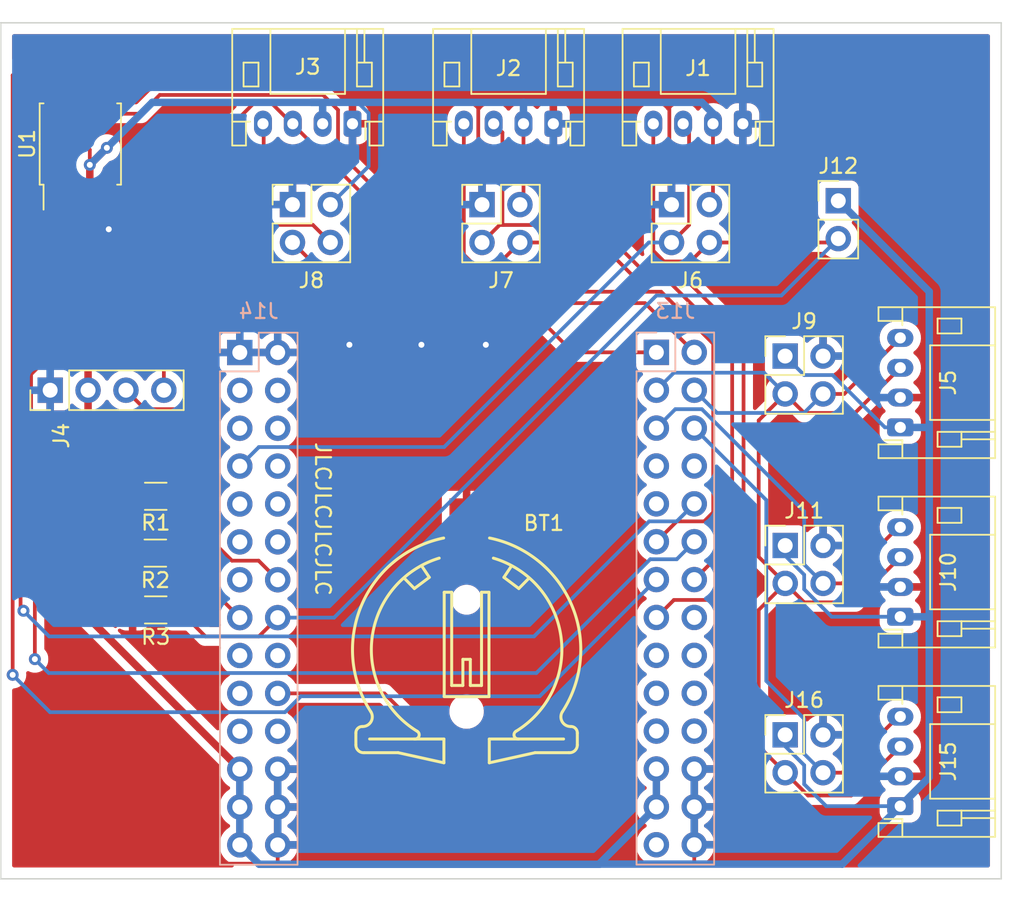
<source format=kicad_pcb>
(kicad_pcb (version 20211014) (generator pcbnew)
  (layers (0 "F.Cu" signal) (31 "B.Cu" signal) (34 "B.Paste" user) (35 "F.Paste" user) (36 "B.SilkS" user "B.Silkscreen") (37 "F.SilkS" user "F.Silkscreen") (38 "B.Mask" user) (39 "F.Mask" user) (44 "Edge.Cuts" user))
  (net 0 "")
  (net 1 "+BATT")
  (net 2 "GND")
  (net 3 "+3.3V")
  (net 4 "/P014A0")
  (net 5 "/P000A1")
  (net 6 "/P302TXD")
  (net 7 "/P301RXD")
  (net 8 "/P101SDA")
  (net 9 "/P100SCL")
  (net 10 "/P102CLK")
  (net 11 "/P103DATA0")
  (net 12 "/P104DATA1")
  (net 13 "/P105DATA2")
  (net 17 "/P112CSN")
  (net 18 "/P111SCK")
  (net 19 "/P110MISO")
  (net 20 "/P109MOSI")
  (net 39 "/P002A3")
  (net 40 "/P001A2")
  (footprint "Resistor_SMD:R_1206_3216Metric_Pad1.30x1.75mm_HandSolder" (layer "F.Cu") (at 137.388 128.016 180)
    (fp_text reference "R3" (at 0 -1.82) (layer "F.SilkS"))
    (fp_text value "R")
    (pad "1" smd roundrect (at -1.55 0 180) (size 1.3 1.75) (layers "F.Cu" "F.Paste" "F.Mask") (roundrect_rratio 0.1923076923) (net 5 "/P000A1"))
    (pad "2" smd roundrect (at 1.55 0 180) (size 1.3 1.75) (layers "F.Cu" "F.Paste" "F.Mask") (roundrect_rratio 0.1923076923) (net 2 "GND"))
  )
  (footprint "Connector_PinHeader_2.54mm:PinHeader_1x02_P2.54mm_Vertical" (layer "F.Cu") (at 183.134 100.579)
    (fp_text reference "J12" (at 0 -2.33) (layer "F.SilkS"))
    (fp_text value "Conn_01x02_Male")
    (pad "1" thru_hole rect (at 0 0) (size 1.7 1.7) (drill 1) (layers *.Cu *.Mask) (net 3 "+3.3V"))
    (pad "2" thru_hole oval (at 0 2.54) (size 1.7 1.7) (drill 1) (layers *.Cu *.Mask) (net 5 "/P000A1"))
  )
  (footprint "Connector_PinHeader_2.54mm:PinHeader_2x02_P2.54mm_Vertical" (layer "F.Cu") (at 179.578 123.698)
    (fp_text reference "J11" (at 1.27 -2.33) (layer "F.SilkS"))
    (fp_text value "Conn_02x02_Odd_Even")
    (pad "1" thru_hole rect locked (at 0 0) (size 1.7 1.7) (drill 1) (layers *.Cu *.Mask) (net 3 "+3.3V"))
    (pad "2" thru_hole oval locked (at 2.54 0) (size 1.7 1.7) (drill 1) (layers *.Cu *.Mask) (net 2 "GND"))
    (pad "3" thru_hole oval locked (at 0 2.54) (size 1.7 1.7) (drill 1) (layers *.Cu *.Mask) (net 10 "/P102CLK"))
    (pad "4" thru_hole oval locked (at 2.54 2.54) (size 1.7 1.7) (drill 1) (layers *.Cu *.Mask) (net 12 "/P104DATA1"))
  )
  (footprint "Connector_JST:JST_PH_S4B-PH-K_1x04_P2.00mm_Horizontal" (layer "F.Cu") (at 187.288 128.476 90)
    (fp_text reference "J10" (at 3 3.212 90) (layer "F.SilkS"))
    (fp_text value "Conn_01x04_Male")
    (pad "1" thru_hole roundrect locked (at 0 0 90) (size 1.2 1.75) (drill 0.75) (layers *.Cu *.Mask) (roundrect_rratio 0.2083333333) (net 3 "+3.3V"))
    (pad "2" thru_hole oval locked (at 2 0 90) (size 1.2 1.75) (drill 0.75) (layers *.Cu *.Mask) (net 2 "GND"))
    (pad "3" thru_hole oval locked (at 4 0 90) (size 1.2 1.75) (drill 0.75) (layers *.Cu *.Mask) (net 10 "/P102CLK"))
    (pad "4" thru_hole oval locked (at 6 0 90) (size 1.2 1.75) (drill 0.75) (layers *.Cu *.Mask) (net 12 "/P104DATA1"))
  )
  (footprint "Connector_JST:JST_PH_S4B-PH-K_1x04_P2.00mm_Horizontal" (layer "F.Cu") (at 176.736 95.414 180)
    (fp_text reference "J1" (at 3 3.72) (layer "F.SilkS"))
    (fp_text value "Conn_01x04_Male")
    (pad "1" thru_hole roundrect locked (at 0 0 180) (size 1.2 1.75) (drill 0.75) (layers *.Cu *.Mask) (roundrect_rratio 0.2083333333) (net 2 "GND"))
    (pad "2" thru_hole oval locked (at 2 0 180) (size 1.2 1.75) (drill 0.75) (layers *.Cu *.Mask) (net 3 "+3.3V"))
    (pad "3" thru_hole oval locked (at 4 0 180) (size 1.2 1.75) (drill 0.75) (layers *.Cu *.Mask) (net 4 "/P014A0"))
    (pad "4" thru_hole oval locked (at 6 0 180) (size 1.2 1.75) (drill 0.75) (layers *.Cu *.Mask) (net 5 "/P000A1"))
  )
  (footprint "Package_SO:SOIC-8_5.23x5.23mm_P1.27mm" (layer "F.Cu") (at 132.334 96.774 90)
    (fp_text reference "U1" (at 0 -3.56 90) (layer "F.SilkS"))
    (fp_text value "W25Q32JVSS")
    (pad "1" smd roundrect (at -3.6 -1.905 90) (size 1.6 0.6) (layers "F.Cu" "F.Paste" "F.Mask") (net 17 "/P112CSN"))
    (pad "2" smd roundrect (at -3.6 -0.635 90) (size 1.6 0.6) (layers "F.Cu" "F.Paste" "F.Mask") (net 19 "/P110MISO"))
    (pad "3" smd roundrect (at -3.6 0.635 90) (size 1.6 0.6) (layers "F.Cu" "F.Paste" "F.Mask") (net 3 "+3.3V"))
    (pad "4" smd roundrect (at -3.6 1.905 90) (size 1.6 0.6) (layers "F.Cu" "F.Paste" "F.Mask") (net 2 "GND"))
    (pad "5" smd roundrect (at 3.6 1.905 90) (size 1.6 0.6) (layers "F.Cu" "F.Paste" "F.Mask") (net 20 "/P109MOSI"))
    (pad "6" smd roundrect (at 3.6 0.635 90) (size 1.6 0.6) (layers "F.Cu" "F.Paste" "F.Mask") (net 18 "/P111SCK"))
    (pad "7" smd roundrect (at 3.6 -0.635 90) (size 1.6 0.6) (layers "F.Cu" "F.Paste" "F.Mask") (net 3 "+3.3V"))
    (pad "8" smd roundrect (at 3.6 -1.905 90) (size 1.6 0.6) (layers "F.Cu" "F.Paste" "F.Mask") (net 3 "+3.3V"))
  )
  (footprint "Connector_PinHeader_2.54mm:PinHeader_2x02_P2.54mm_Vertical" (layer "F.Cu") (at 159.258 100.838)
    (fp_text reference "J7" (at 1.27 5.08) (layer "F.SilkS"))
    (fp_text value "Conn_02x02_Odd_Even")
    (pad "1" thru_hole rect locked (at 0 0) (size 1.7 1.7) (drill 1) (layers *.Cu *.Mask) (net 2 "GND"))
    (pad "2" thru_hole oval locked (at 2.54 0) (size 1.7 1.7) (drill 1) (layers *.Cu *.Mask) (net 3 "+3.3V"))
    (pad "3" thru_hole oval locked (at 0 2.54) (size 1.7 1.7) (drill 1) (layers *.Cu *.Mask) (net 6 "/P302TXD"))
    (pad "4" thru_hole oval locked (at 2.54 2.54) (size 1.7 1.7) (drill 1) (layers *.Cu *.Mask) (net 7 "/P301RXD"))
  )
  (footprint "Connector_JST:JST_PH_S4B-PH-K_1x04_P2.00mm_Horizontal" (layer "F.Cu") (at 187.288 115.776 90)
    (fp_text reference "J5" (at 3 3.212 90) (layer "F.SilkS"))
    (fp_text value "Conn_01x04_Male")
    (pad "1" thru_hole roundrect locked (at 0 0 90) (size 1.2 1.75) (drill 0.75) (layers *.Cu *.Mask) (roundrect_rratio 0.2083333333) (net 3 "+3.3V"))
    (pad "2" thru_hole oval locked (at 2 0 90) (size 1.2 1.75) (drill 0.75) (layers *.Cu *.Mask) (net 2 "GND"))
    (pad "3" thru_hole oval locked (at 4 0 90) (size 1.2 1.75) (drill 0.75) (layers *.Cu *.Mask) (net 10 "/P102CLK"))
    (pad "4" thru_hole oval locked (at 6 0 90) (size 1.2 1.75) (drill 0.75) (layers *.Cu *.Mask) (net 11 "/P103DATA0"))
  )
  (footprint "Connector_PinHeader_2.54mm:PinHeader_2x02_P2.54mm_Vertical" (layer "F.Cu") (at 146.553 100.833)
    (fp_text reference "J8" (at 1.27 5.085) (layer "F.SilkS"))
    (fp_text value "Conn_02x02_Odd_Even")
    (pad "1" thru_hole rect locked (at 0 0) (size 1.7 1.7) (drill 1) (layers *.Cu *.Mask) (net 2 "GND"))
    (pad "2" thru_hole oval locked (at 2.54 0) (size 1.7 1.7) (drill 1) (layers *.Cu *.Mask) (net 3 "+3.3V"))
    (pad "3" thru_hole oval locked (at 0 2.54) (size 1.7 1.7) (drill 1) (layers *.Cu *.Mask) (net 8 "/P101SDA"))
    (pad "4" thru_hole oval locked (at 2.54 2.54) (size 1.7 1.7) (drill 1) (layers *.Cu *.Mask) (net 9 "/P100SCL"))
  )
  (footprint "My:CH291-1220LF" (layer "F.Cu") (at 158.222456 136.832438)
    (fp_text reference "BT1" (at 5.175 -14.635) (layer "F.SilkS"))
    (fp_text value "Battery_Cell")
    (pad "" np_thru_hole circle (at 0 -9.5) (size 1 1) (drill 1) (layers *.Cu *.Mask))
    (pad "" np_thru_hole circle (at 0 -2) (size 1.3 1.3) (drill 1.3) (layers *.Cu *.Mask))
    (pad "1" smd rect (at 0 2.2955) (size 2.3 3.66) (layers "F.Cu" "F.Paste" "F.Mask") (net 1 "+BATT"))
    (pad "2" smd rect (at 0 -14.1458) (size 2.3 4.3) (layers "F.Cu" "F.Paste" "F.Mask") (net 2 "GND"))
  )
  (footprint "Connector_JST:JST_PH_S4B-PH-K_1x04_P2.00mm_Horizontal" (layer "F.Cu") (at 164.036 95.414 180)
    (fp_text reference "J2" (at 3 3.72) (layer "F.SilkS"))
    (fp_text value "Conn_01x04_Male")
    (pad "1" thru_hole roundrect locked (at 0 0 180) (size 1.2 1.75) (drill 0.75) (layers *.Cu *.Mask) (roundrect_rratio 0.2083333333) (net 2 "GND"))
    (pad "2" thru_hole oval locked (at 2 0 180) (size 1.2 1.75) (drill 0.75) (layers *.Cu *.Mask) (net 3 "+3.3V"))
    (pad "3" thru_hole oval locked (at 4 0 180) (size 1.2 1.75) (drill 0.75) (layers *.Cu *.Mask) (net 6 "/P302TXD"))
    (pad "4" thru_hole oval locked (at 6 0 180) (size 1.2 1.75) (drill 0.75) (layers *.Cu *.Mask) (net 7 "/P301RXD"))
  )
  (footprint "Connector_JST:JST_PH_S4B-PH-K_1x04_P2.00mm_Horizontal" (layer "F.Cu") (at 150.574 95.414 180)
    (fp_text reference "J3" (at 3 3.81) (layer "F.SilkS"))
    (fp_text value "Conn_01x04_Male")
    (pad "1" thru_hole roundrect locked (at 0 0 180) (size 1.2 1.75) (drill 0.75) (layers *.Cu *.Mask) (roundrect_rratio 0.2083333333) (net 2 "GND"))
    (pad "2" thru_hole oval locked (at 2 0 180) (size 1.2 1.75) (drill 0.75) (layers *.Cu *.Mask) (net 3 "+3.3V"))
    (pad "3" thru_hole oval locked (at 4 0 180) (size 1.2 1.75) (drill 0.75) (layers *.Cu *.Mask) (net 8 "/P101SDA"))
    (pad "4" thru_hole oval locked (at 6 0 180) (size 1.2 1.75) (drill 0.75) (layers *.Cu *.Mask) (net 9 "/P100SCL"))
  )
  (footprint "Connector_PinHeader_2.54mm:PinHeader_2x02_P2.54mm_Vertical" (layer "F.Cu") (at 171.958 100.838)
    (fp_text reference "J6" (at 1.27 5.08) (layer "F.SilkS"))
    (fp_text value locked "Conn_02x02_Odd_Even")
    (pad "1" thru_hole rect locked (at 0 0) (size 1.7 1.7) (drill 1) (layers *.Cu *.Mask) (net 2 "GND"))
    (pad "2" thru_hole oval locked (at 2.54 0) (size 1.7 1.7) (drill 1) (layers *.Cu *.Mask) (net 3 "+3.3V"))
    (pad "3" thru_hole oval locked (at 0 2.54) (size 1.7 1.7) (drill 1) (layers *.Cu *.Mask) (net 4 "/P014A0"))
    (pad "4" thru_hole oval locked (at 2.54 2.54) (size 1.7 1.7) (drill 1) (layers *.Cu *.Mask) (net 5 "/P000A1"))
  )
  (footprint "Resistor_SMD:R_1206_3216Metric_Pad1.30x1.75mm_HandSolder" (layer "F.Cu") (at 137.362 124.206 180)
    (fp_text reference "R2" (at 0 -1.82) (layer "F.SilkS"))
    (fp_text value "R")
    (pad "1" smd roundrect (at -1.55 0 180) (size 1.3 1.75) (layers "F.Cu" "F.Paste" "F.Mask") (roundrect_rratio 0.1923076923) (net 40 "/P001A2"))
    (pad "2" smd roundrect (at 1.55 0 180) (size 1.3 1.75) (layers "F.Cu" "F.Paste" "F.Mask") (roundrect_rratio 0.1923076923) (net 2 "GND"))
  )
  (footprint "Connector_PinHeader_2.54mm:PinHeader_2x02_P2.54mm_Vertical" (layer "F.Cu") (at 179.573 136.393)
    (fp_text reference "J16" (at 1.27 -2.33) (layer "F.SilkS"))
    (fp_text value "Conn_02x02_Odd_Even")
    (pad "1" thru_hole rect locked (at 0 0) (size 1.7 1.7) (drill 1) (layers *.Cu *.Mask) (net 3 "+3.3V"))
    (pad "2" thru_hole oval locked (at 2.54 0) (size 1.7 1.7) (drill 1) (layers *.Cu *.Mask) (net 2 "GND"))
    (pad "3" thru_hole oval locked (at 0 2.54) (size 1.7 1.7) (drill 1) (layers *.Cu *.Mask) (net 10 "/P102CLK"))
    (pad "4" thru_hole oval locked (at 2.54 2.54) (size 1.7 1.7) (drill 1) (layers *.Cu *.Mask) (net 13 "/P105DATA2"))
  )
  (footprint "Resistor_SMD:R_1206_3216Metric_Pad1.30x1.75mm_HandSolder" (layer "F.Cu") (at 137.388 120.396)
    (fp_text reference "R1" (at 0 1.778) (layer "F.SilkS"))
    (fp_text value "R")
    (pad "1" smd roundrect (at -1.55 0) (size 1.3 1.75) (layers "F.Cu" "F.Paste" "F.Mask") (roundrect_rratio 0.1923076923) (net 40 "/P001A2"))
    (pad "2" smd roundrect (at 1.55 0) (size 1.3 1.75) (layers "F.Cu" "F.Paste" "F.Mask") (roundrect_rratio 0.1923076923) (net 39 "/P002A3"))
  )
  (footprint "Connector_JST:JST_PH_S4B-PH-K_1x04_P2.00mm_Horizontal" (layer "F.Cu") (at 187.288 141.176 90)
    (fp_text reference "J15" (at 3 3.212 90) (layer "F.SilkS"))
    (fp_text value "Conn_01x04_Male")
    (pad "1" thru_hole roundrect locked (at 0 0 90) (size 1.2 1.75) (drill 0.75) (layers *.Cu *.Mask) (roundrect_rratio 0.2083333333) (net 3 "+3.3V"))
    (pad "2" thru_hole oval locked (at 2 0 90) (size 1.2 1.75) (drill 0.75) (layers *.Cu *.Mask) (net 2 "GND"))
    (pad "3" thru_hole oval locked (at 4 0 90) (size 1.2 1.75) (drill 0.75) (layers *.Cu *.Mask) (net 10 "/P102CLK"))
    (pad "4" thru_hole oval locked (at 6 0 90) (size 1.2 1.75) (drill 0.75) (layers *.Cu *.Mask) (net 13 "/P105DATA2"))
  )
  (footprint "Connector_PinHeader_2.54mm:PinHeader_1x04_P2.54mm_Vertical" (layer "F.Cu") (at 130.312 113.284 90)
    (fp_text reference "J4" (at -3.048 0.752 90) (layer "F.SilkS"))
    (fp_text value locked "Conn_01x04_Male")
    (pad "1" thru_hole rect locked (at 0 0 90) (size 1.7 1.7) (drill 1) (layers *.Cu *.Mask) (net 2 "GND"))
    (pad "2" thru_hole oval locked (at 0 2.54 90) (size 1.7 1.7) (drill 1) (layers *.Cu *.Mask) (net 3 "+3.3V"))
    (pad "3" thru_hole oval locked (at 0 5.08 90) (size 1.7 1.7) (drill 1) (layers *.Cu *.Mask) (net 9 "/P100SCL"))
    (pad "4" thru_hole oval locked (at 0 7.62 90) (size 1.7 1.7) (drill 1) (layers *.Cu *.Mask) (net 8 "/P101SDA"))
  )
  (footprint "Connector_PinHeader_2.54mm:PinHeader_2x02_P2.54mm_Vertical" (layer "F.Cu") (at 179.573 110.993)
    (fp_text reference "J9" (at 1.27 -2.33) (layer "F.SilkS"))
    (fp_text value "Conn_02x02_Odd_Even")
    (pad "1" thru_hole rect locked (at 0 0) (size 1.7 1.7) (drill 1) (layers *.Cu *.Mask) (net 3 "+3.3V"))
    (pad "2" thru_hole oval locked (at 2.54 0) (size 1.7 1.7) (drill 1) (layers *.Cu *.Mask) (net 2 "GND"))
    (pad "3" thru_hole oval locked (at 0 2.54) (size 1.7 1.7) (drill 1) (layers *.Cu *.Mask) (net 10 "/P102CLK"))
    (pad "4" thru_hole oval locked (at 2.54 2.54) (size 1.7 1.7) (drill 1) (layers *.Cu *.Mask) (net 11 "/P103DATA0"))
  )
  (footprint "Connector_PinSocket_2.54mm:PinSocket_2x14_P2.54mm_Vertical" (layer "B.Cu") (at 170.942 110.744 180)
    (fp_text reference "J13" (at -1.27 2.77) (layer "B.SilkS") (effects (justify mirror)))
    (fp_text value locked "Conn_02x14_Odd_Even")
    (pad "1" thru_hole rect (at 0 0 180) (size 1.7 1.7) (drill 1) (layers *.Cu *.Mask) (net 9 "/P100SCL"))
    (pad "2" thru_hole oval (at -2.54 0 180) (size 1.7 1.7) (drill 1) (layers *.Cu *.Mask) (net 8 "/P101SDA"))
    (pad "3" thru_hole oval (at 0 -2.54 180) (size 1.7 1.7) (drill 1) (layers *.Cu *.Mask) (net 10 "/P102CLK"))
    (pad "4" thru_hole oval (at -2.54 -2.54 180) (size 1.7 1.7) (drill 1) (layers *.Cu *.Mask) (net 11 "/P103DATA0"))
    (pad "5" thru_hole oval (at 0 -5.08 180) (size 1.7 1.7) (drill 1) (layers *.Cu *.Mask) (net 12 "/P104DATA1"))
    (pad "6" thru_hole oval (at -2.54 -5.08 180) (size 1.7 1.7) (drill 1) (layers *.Cu *.Mask) (net 13 "/P105DATA2"))
    (pad "7" thru_hole oval (at 0 -7.62 180) (size 1.7 1.7) (drill 1) (layers *.Cu *.Mask))
    (pad "8" thru_hole oval (at -2.54 -7.62 180) (size 1.7 1.7) (drill 1) (layers *.Cu *.Mask))
    (pad "9" thru_hole oval (at 0 -10.16 180) (size 1.7 1.7) (drill 1) (layers *.Cu *.Mask))
    (pad "10" thru_hole oval (at -2.54 -10.16 180) (size 1.7 1.7) (drill 1) (layers *.Cu *.Mask) (net 17 "/P112CSN"))
    (pad "11" thru_hole oval (at 0 -12.7 180) (size 1.7 1.7) (drill 1) (layers *.Cu *.Mask) (net 18 "/P111SCK"))
    (pad "12" thru_hole oval (at -2.54 -12.7 180) (size 1.7 1.7) (drill 1) (layers *.Cu *.Mask) (net 19 "/P110MISO"))
    (pad "13" thru_hole oval (at 0 -15.24 180) (size 1.7 1.7) (drill 1) (layers *.Cu *.Mask) (net 20 "/P109MOSI"))
    (pad "14" thru_hole oval (at -2.54 -15.24 180) (size 1.7 1.7) (drill 1) (layers *.Cu *.Mask) (net 7 "/P301RXD"))
    (pad "15" thru_hole oval (at 0 -17.78 180) (size 1.7 1.7) (drill 1) (layers *.Cu *.Mask) (net 6 "/P302TXD"))
    (pad "16" thru_hole oval (at -2.54 -17.78 180) (size 1.7 1.7) (drill 1) (layers *.Cu *.Mask))
    (pad "17" thru_hole oval (at 0 -20.32 180) (size 1.7 1.7) (drill 1) (layers *.Cu *.Mask))
    (pad "18" thru_hole oval (at -2.54 -20.32 180) (size 1.7 1.7) (drill 1) (layers *.Cu *.Mask))
    (pad "19" thru_hole oval (at 0 -22.86 180) (size 1.7 1.7) (drill 1) (layers *.Cu *.Mask))
    (pad "20" thru_hole oval (at -2.54 -22.86 180) (size 1.7 1.7) (drill 1) (layers *.Cu *.Mask))
    (pad "21" thru_hole oval (at 0 -25.4 180) (size 1.7 1.7) (drill 1) (layers *.Cu *.Mask))
    (pad "22" thru_hole oval (at -2.54 -25.4 180) (size 1.7 1.7) (drill 1) (layers *.Cu *.Mask))
    (pad "23" thru_hole oval (at 0 -27.94 180) (size 1.7 1.7) (drill 1) (layers *.Cu *.Mask) (net 3 "+3.3V"))
    (pad "24" thru_hole oval (at -2.54 -27.94 180) (size 1.7 1.7) (drill 1) (layers *.Cu *.Mask) (net 2 "GND"))
    (pad "25" thru_hole oval (at 0 -30.48 180) (size 1.7 1.7) (drill 1) (layers *.Cu *.Mask) (net 3 "+3.3V"))
    (pad "26" thru_hole oval (at -2.54 -30.48 180) (size 1.7 1.7) (drill 1) (layers *.Cu *.Mask) (net 2 "GND"))
    (pad "27" thru_hole oval (at 0 -33.02 180) (size 1.7 1.7) (drill 1) (layers *.Cu *.Mask))
    (pad "28" thru_hole oval (at -2.54 -33.02 180) (size 1.7 1.7) (drill 1) (layers *.Cu *.Mask) (net 2 "GND"))
  )
  (footprint "Connector_PinSocket_2.54mm:PinSocket_2x14_P2.54mm_Vertical" (layer "B.Cu") (at 143.022 110.754 180)
    (fp_text reference "J14" (at -1.27 2.77) (layer "B.SilkS") (effects (justify mirror)))
    (fp_text value "Conn_02x14_Odd_Even")
    (pad "1" thru_hole rect (at 0 0 180) (size 1.7 1.7) (drill 1) (layers *.Cu *.Mask) (net 2 "GND"))
    (pad "2" thru_hole oval (at -2.54 0 180) (size 1.7 1.7) (drill 1) (layers *.Cu *.Mask) (net 2 "GND"))
    (pad "3" thru_hole oval (at 0 -2.54 180) (size 1.7 1.7) (drill 1) (layers *.Cu *.Mask))
    (pad "4" thru_hole oval (at -2.54 -2.54 180) (size 1.7 1.7) (drill 1) (layers *.Cu *.Mask))
    (pad "5" thru_hole oval (at 0 -5.08 180) (size 1.7 1.7) (drill 1) (layers *.Cu *.Mask))
    (pad "6" thru_hole oval (at -2.54 -5.08 180) (size 1.7 1.7) (drill 1) (layers *.Cu *.Mask))
    (pad "7" thru_hole oval (at 0 -7.62 180) (size 1.7 1.7) (drill 1) (layers *.Cu *.Mask) (net 4 "/P014A0"))
    (pad "8" thru_hole oval (at -2.54 -7.62 180) (size 1.7 1.7) (drill 1) (layers *.Cu *.Mask))
    (pad "9" thru_hole oval (at 0 -10.16 180) (size 1.7 1.7) (drill 1) (layers *.Cu *.Mask))
    (pad "10" thru_hole oval (at -2.54 -10.16 180) (size 1.7 1.7) (drill 1) (layers *.Cu *.Mask))
    (pad "11" thru_hole oval (at 0 -12.7 180) (size 1.7 1.7) (drill 1) (layers *.Cu *.Mask))
    (pad "12" thru_hole oval (at -2.54 -12.7 180) (size 1.7 1.7) (drill 1) (layers *.Cu *.Mask))
    (pad "13" thru_hole oval (at 0 -15.24 180) (size 1.7 1.7) (drill 1) (layers *.Cu *.Mask))
    (pad "14" thru_hole oval (at -2.54 -15.24 180) (size 1.7 1.7) (drill 1) (layers *.Cu *.Mask) (net 39 "/P002A3"))
    (pad "15" thru_hole oval (at 0 -17.78 180) (size 1.7 1.7) (drill 1) (layers *.Cu *.Mask) (net 40 "/P001A2"))
    (pad "16" thru_hole oval (at -2.54 -17.78 180) (size 1.7 1.7) (drill 1) (layers *.Cu *.Mask) (net 5 "/P000A1"))
    (pad "17" thru_hole oval (at 0 -20.32 180) (size 1.7 1.7) (drill 1) (layers *.Cu *.Mask))
    (pad "18" thru_hole oval (at -2.54 -20.32 180) (size 1.7 1.7) (drill 1) (layers *.Cu *.Mask))
    (pad "19" thru_hole oval (at 0 -22.86 180) (size 1.7 1.7) (drill 1) (layers *.Cu *.Mask))
    (pad "20" thru_hole oval (at -2.54 -22.86 180) (size 1.7 1.7) (drill 1) (layers *.Cu *.Mask) (net 1 "+BATT"))
    (pad "21" thru_hole oval (at 0 -25.4 180) (size 1.7 1.7) (drill 1) (layers *.Cu *.Mask))
    (pad "22" thru_hole oval (at -2.54 -25.4 180) (size 1.7 1.7) (drill 1) (layers *.Cu *.Mask))
    (pad "23" thru_hole oval (at 0 -27.94 180) (size 1.7 1.7) (drill 1) (layers *.Cu *.Mask) (net 3 "+3.3V"))
    (pad "24" thru_hole oval (at -2.54 -27.94 180) (size 1.7 1.7) (drill 1) (layers *.Cu *.Mask) (net 2 "GND"))
    (pad "25" thru_hole oval (at 0 -30.48 180) (size 1.7 1.7) (drill 1) (layers *.Cu *.Mask) (net 3 "+3.3V"))
    (pad "26" thru_hole oval (at -2.54 -30.48 180) (size 1.7 1.7) (drill 1) (layers *.Cu *.Mask) (net 2 "GND"))
    (pad "27" thru_hole oval (at 0 -33.02 180) (size 1.7 1.7) (drill 1) (layers *.Cu *.Mask) (net 3 "+3.3V"))
    (pad "28" thru_hole oval (at -2.54 -33.02 180) (size 1.7 1.7) (drill 1) (layers *.Cu *.Mask) (net 2 "GND"))
  )
  (gr_line (start 194.056 146.05) (end 127 146.05) (layer "Edge.Cuts") (width 0.1))
  (gr_line (start 127 88.646) (end 194.056 88.646) (layer "Edge.Cuts") (width 0.1))
  (gr_line (start 194.056 88.646) (end 194.056 146.05) (layer "Edge.Cuts") (width 0.1))
  (gr_line (start 127 146.05) (end 127 88.646) (layer "Edge.Cuts") (width 0.1))
  (gr_text "JLCJLCJLCJLC" (at 148.59 121.92 -90) (layer "F.SilkS") (effects (font (size 1 1))))
  (segment (start 152.708518 133.614) (end 158.222456 139.127938) (width 0.25) (layer "F.Cu") (net 1))
  (segment (start 145.562 133.614) (end 152.708518 133.614) (width 0.25) (layer "F.Cu") (net 1))
  (segment (start 189.23 126.476) (end 189.23 139.176) (width 0.25) (layer "F.Cu") (net 2))
  (segment (start 171.811 100.691) (end 171.958 100.838) (width 0.25) (layer "F.Cu") (net 2))
  (segment (start 189.214 139.176) (end 189.23 139.192) (width 0.25) (layer "F.Cu") (net 2))
  (segment (start 164.036 92.504) (end 164.084 92.456) (width 0.25) (layer "F.Cu") (net 2))
  (segment (start 135.812 124.206) (end 135.812 127.99) (width 0.25) (layer "F.Cu") (net 2))
  (segment (start 167.64 122.682) (end 158.227094 122.682) (width 0.25) (layer "F.Cu") (net 2))
  (segment (start 158.222456 111.740456) (end 158.222456 122.686638) (width 0.25) (layer "F.Cu") (net 2))
  (segment (start 189.23 143.002) (end 188.468 143.764) (width 0.25) (layer "F.Cu") (net 2))
  (segment (start 145.562 110.754) (end 157.236 110.754) (width 0.25) (layer "F.Cu") (net 2))
  (segment (start 143.022 110.754) (end 145.562 110.754) (width 0.25) (layer "F.Cu") (net 2))
  (segment (start 187.288 139.176) (end 189.214 139.176) (width 0.25) (layer "F.Cu") (net 2))
  (segment (start 164.084 92.456) (end 171.958 92.456) (width 0.25) (layer "F.Cu") (net 2))
  (segment (start 188.468 143.764) (end 173.482 143.764) (width 0.25) (layer "F.Cu") (net 2))
  (segment (start 133.858 118.872) (end 133.858 123.952) (width 0.25) (layer "F.Cu") (net 2))
  (segment (start 158.75 92.456) (end 164.036 92.456) (width 0.25) (layer "F.Cu") (net 2))
  (segment (start 134.112 124.206) (end 135.812 124.206) (width 0.25) (layer "F.Cu") (net 2))
  (segment (start 167.64 145.034) (end 173.482 145.034) (width 0.25) (layer "F.Cu") (net 2))
  (segment (start 159.004 92.456) (end 159.004 97.282) (width 0.25) (layer "F.Cu") (net 2))
  (segment (start 164.036 92.456) (end 164.036 95.414) (width 0.25) (layer "F.Cu") (net 2))
  (segment (start 145.542 145.034) (end 145.562 145.014) (width 0.25) (layer "F.Cu") (net 2))
  (segment (start 189.214 113.776) (end 189.23 113.792) (width 0.25) (layer "F.Cu") (net 2))
  (segment (start 145.562 145.014) (end 145.562 143.774) (width 0.25) (layer "F.Cu") (net 2))
  (segment (start 145.542 145.034) (end 167.64 145.034) (width 0.25) (layer "F.Cu") (net 2))
  (segment (start 173.482 145.034) (end 173.482 143.764) (width 0.25) (layer "F.Cu") (net 2))
  (segment (start 150.622 95.504) (end 150.622 92.456) (width 0.25) (layer "F.Cu") (net 2))
  (segment (start 171.958 92.456) (end 176.736 92.456) (width 0.25) (layer "F.Cu") (net 2))
  (segment (start 171.958 92.456) (end 171.811 92.603) (width 0.25) (layer "F.Cu") (net 2))
  (segment (start 153.67 92.456) (end 158.75 92.456) (width 0.25) (layer "F.Cu") (net 2))
  (segment (start 176.736 92.456) (end 176.736 95.414) (width 0.25) (layer "F.Cu") (net 2))
  (segment (start 157.236 110.754) (end 158.222456 111.740456) (width 0.25) (layer "F.Cu") (net 2))
  (segment (start 134.239 100.374) (end 134.239 102.489) (width 0.25) (layer "F.Cu") (net 2))
  (segment (start 141.224 117.094) (end 139.954 118.364) (width 0.25) (layer "F.Cu") (net 2))
  (segment (start 150.622 92.456) (end 153.67 92.456) (width 0.25) (layer "F.Cu") (net 2))
  (segment (start 130.312 113.284) (end 130.312 145.034) (width 0.25) (layer "F.Cu") (net 2))
  (segment (start 141.224 110.744) (end 141.224 117.094) (width 0.25) (layer "F.Cu") (net 2))
  (segment (start 171.811 92.603) (end 171.811 100.691) (width 0.25) (layer "F.Cu") (net 2))
  (segment (start 139.954 118.364) (end 134.366 118.364) (width 0.25) (layer "F.Cu") (net 2))
  (segment (start 189.23 126.476) (end 187.288 126.476) (width 0.25) (layer "F.Cu") (net 2))
  (segment (start 134.366 118.364) (end 133.858 118.872) (width 0.25) (layer "F.Cu") (net 2))
  (segment (start 135.812 127.99) (end 135.838 128.016) (width 0.25) (layer "F.Cu") (net 2))
  (segment (start 130.312 145.034) (end 145.542 145.034) (width 0.25) (layer "F.Cu") (net 2))
  (segment (start 189.23 139.192) (end 189.23 143.002) (width 0.25) (layer "F.Cu") (net 2))
  (segment (start 159.004 97.282) (end 159.258 97.536) (width 0.25) (layer "F.Cu") (net 2))
  (segment (start 158.227094 122.682) (end 158.222456 122.686638) (width 0.25) (layer "F.Cu") (net 2))
  (segment (start 173.482 143.764) (end 173.482 138.684) (width 0.25) (layer "F.Cu") (net 2))
  (segment (start 143.022 110.754) (end 143.012 110.744) (width 0.25) (layer "F.Cu") (net 2))
  (segment (start 187.288 113.776) (end 189.214 113.776) (width 0.25) (layer "F.Cu") (net 2))
  (segment (start 189.23 139.176) (end 187.288 139.176) (width 0.25) (layer "F.Cu") (net 2))
  (segment (start 143.012 110.744) (end 141.224 110.744) (width 0.25) (layer "F.Cu") (net 2))
  (segment (start 145.562 138.694) (end 145.562 143.774) (width 0.25) (layer "F.Cu") (net 2))
  (segment (start 164.036 95.414) (end 164.036 92.504) (width 0.25) (layer "F.Cu") (net 2))
  (segment (start 189.23 113.792) (end 189.23 126.476) (width 0.25) (layer "F.Cu") (net 2))
  (segment (start 167.64 145.034) (end 167.64 122.682) (width 0.25) (layer "F.Cu") (net 2))
  (segment (start 133.858 123.952) (end 134.112 124.206) (width 0.25) (layer "F.Cu") (net 2))
  (segment (start 159.258 97.536) (end 159.258 100.838) (width 0.25) (layer "F.Cu") (net 2))
  (via (at 159.512 110.236) (size 0.8) (drill 0.4) (layers "F.Cu" "B.Cu") (net 2))
  (via (at 134.239 102.489) (size 0.8) (drill 0.4) (layers "F.Cu" "B.Cu") (net 2))
  (via (at 155.194 110.236) (size 0.8) (drill 0.4) (layers "F.Cu" "B.Cu") (net 2))
  (via (at 150.368 110.236) (size 0.8) (drill 0.4) (layers "F.Cu" "B.Cu") (net 2))
  (segment (start 149.352 98.552) (end 150.622 97.282) (width 0.25) (layer "B.Cu") (net 2))
  (segment (start 184.653 136.393) (end 184.658 136.398) (width 0.25) (layer "B.Cu") (net 2))
  (segment (start 130.312 113.284) (end 130.312 106.416) (width 0.25) (layer "B.Cu") (net 2))
  (segment (start 130.312 106.416) (end 134.239 102.489) (width 0.25) (layer "B.Cu") (net 2))
  (segment (start 184.658 126.476) (end 187.288 126.476) (width 0.25) (layer "B.Cu") (net 2))
  (segment (start 146.553 98.811) (end 146.812 98.552) (width 0.25) (layer "B.Cu") (net 2))
  (segment (start 184.404 112.776) (end 185.404 113.776) (width 0.25) (layer "B.Cu") (net 2))
  (segment (start 185.404 113.776) (end 187.288 113.776) (width 0.25) (layer "B.Cu") (net 2))
  (segment (start 182.113 110.993) (end 184.399 110.993) (width 0.25) (layer "B.Cu") (net 2))
  (segment (start 146.812 98.552) (end 149.352 98.552) (width 0.25) (layer "B.Cu") (net 2))
  (segment (start 184.658 139.192) (end 184.674 139.176) (width 0.25) (layer "B.Cu") (net 2))
  (segment (start 184.658 136.398) (end 184.658 139.192) (width 0.25) (layer "B.Cu") (net 2))
  (segment (start 184.399 110.993) (end 184.404 110.998) (width 0.25) (layer "B.Cu") (net 2))
  (segment (start 146.553 100.833) (end 139.959 100.833) (width 0.25) (layer "B.Cu") (net 2))
  (segment (start 150.622 97.282) (end 150.622 95.504) (width 0.25) (layer "B.Cu") (net 2))
  (segment (start 139.959 100.833) (end 138.303 102.489) (width 0.25) (layer "B.Cu") (net 2))
  (segment (start 184.404 110.998) (end 184.404 112.776) (width 0.25) (layer "B.Cu") (net 2))
  (segment (start 182.118 123.698) (end 184.658 123.698) (width 0.25) (layer "B.Cu") (net 2))
  (segment (start 184.658 123.698) (end 184.658 126.476) (width 0.25) (layer "B.Cu") (net 2))
  (segment (start 184.674 139.176) (end 187.288 139.176) (width 0.25) (layer "B.Cu") (net 2))
  (segment (start 146.553 100.833) (end 146.553 98.811) (width 0.25) (layer "B.Cu") (net 2))
  (segment (start 138.303 102.489) (end 134.239 102.489) (width 0.25) (layer "B.Cu") (net 2))
  (segment (start 182.113 136.393) (end 184.653 136.393) (width 0.25) (layer "B.Cu") (net 2))
  (segment (start 132.852 100.491) (end 132.852 113.284) (width 0.5) (layer "F.Cu") (net 3))
  (segment (start 132.852 128.524) (end 143.022 138.694) (width 0.5) (layer "F.Cu") (net 3))
  (segment (start 131.699 93.174) (end 131.699 95.885) (width 0.25) (layer "F.Cu") (net 3))
  (segment (start 174.736 100.6) (end 174.498 100.838) (width 0.25) (layer "F.Cu") (net 3))
  (segment (start 132.969 100.374) (end 132.852 100.491) (width 0.25) (layer "F.Cu") (net 3))
  (segment (start 132.852 113.284) (end 132.852 128.524) (width 0.5) (layer "F.Cu") (net 3))
  (segment (start 132.969 97.155) (end 132.969 98.171) (width 0.25) (layer "F.Cu") (net 3))
  (segment (start 174.736 95.414) (end 174.736 100.6) (width 0.25) (layer "F.Cu") (net 3))
  (segment (start 132.969 98.171) (end 132.969 100.374) (width 0.5) (layer "F.Cu") (net 3))
  (segment (start 162.036 100.6) (end 161.798 100.838) (width 0.25) (layer "F.Cu") (net 3))
  (segment (start 131.699 95.885) (end 132.969 97.155) (width 0.25) (layer "F.Cu") (net 3))
  (segment (start 130.429 93.174) (end 131.699 93.174) (width 0.25) (layer "F.Cu") (net 3))
  (segment (start 134.112 97.028) (end 132.969 98.171) (width 0.5) (layer "F.Cu") (net 3))
  (segment (start 162.036 95.414) (end 162.036 100.6) (width 0.25) (layer "F.Cu") (net 3))
  (via (at 132.969 98.171) (size 0.8) (drill 0.4) (layers "F.Cu" "B.Cu") (net 3))
  (via (at 134.112 97.028) (size 0.8) (drill 0.4) (layers "F.Cu" "B.Cu") (net 3))
  (segment (start 151.658 98.268) (end 149.093 100.833) (width 0.25) (layer "B.Cu") (net 3))
  (segment (start 162.036 93.98) (end 162.036 95.414) (width 0.5) (layer "B.Cu") (net 3))
  (segment (start 173.99 93.98) (end 174.736 94.726) (width 0.5) (layer "B.Cu") (net 3))
  (segment (start 183.134 100.579) (end 189.23 106.675) (width 0.5) (layer "B.Cu") (net 3))
  (segment (start 144.322 145.074) (end 167.092 145.074) (width 0.5) (layer "B.Cu") (net 3))
  (segment (start 182.694299 128.476) (end 187.288 128.476) (width 0.25) (layer "B.Cu") (net 3))
  (segment (start 147.828 93.98) (end 162.036 93.98) (width 0.5) (layer "B.Cu") (net 3))
  (segment (start 167.162 145.064) (end 183.4 145.064) (width 0.5) (layer "B.Cu") (net 3))
  (segment (start 180.848 126.629701) (end 182.694299 128.476) (width 0.25) (layer "B.Cu") (net 3))
  (segment (start 182.751604 112.268) (end 186.259604 115.776) (width 0.25) (layer "B.Cu") (net 3))
  (segment (start 148.574 94.218) (end 148.336 93.98) (width 0.25) (layer "B.Cu") (net 3))
  (segment (start 180.848 112.268) (end 182.751604 112.268) (width 0.25) (layer "B.Cu") (net 3))
  (segment (start 187.288 141.176) (end 189.23 139.234) (width 0.5) (layer "B.Cu") (net 3))
  (segment (start 148.336 93.98) (end 137.16 93.98) (width 0.5) (layer "B.Cu") (net 3))
  (segment (start 179.573 137.155) (end 180.848 138.43) (width 0.25) (layer "B.Cu") (net 3))
  (segment (start 183.4 145.064) (end 187.288 141.176) (width 0.5) (layer "B.Cu") (net 3))
  (segment (start 187.288 115.776) (end 187.404 115.776) (width 0.25) (layer "B.Cu") (net 3))
  (segment (start 167.092 145.074) (end 167.132 145.034) (width 0.5) (layer "B.Cu") (net 3))
  (segment (start 189.23 139.234) (end 189.23 128.476) (width 0.5) (layer "B.Cu") (net 3))
  (segment (start 143.022 143.774) (end 144.322 145.074) (width 0.5) (layer "B.Cu") (net 3))
  (segment (start 186.259604 115.776) (end 187.288 115.776) (width 0.25) (layer "B.Cu") (net 3))
  (segment (start 179.573 110.993) (end 180.848 112.268) (width 0.25) (layer "B.Cu") (net 3))
  (segment (start 134.112 97.028) (end 132.969 98.171) (width 0.5) (layer "B.Cu") (net 3))
  (segment (start 189.23 106.675) (end 189.23 128.524) (width 0.5) (layer "B.Cu") (net 3))
  (segment (start 187.404 115.776) (end 189.182 115.776) (width 0.5) (layer "B.Cu") (net 3))
  (segment (start 180.848 125.656299) (end 180.848 126.629701) (width 0.25) (layer "B.Cu") (net 3))
  (segment (start 167.132 145.034) (end 167.162 145.064) (width 0.5) (layer "B.Cu") (net 3))
  (segment (start 182.324 141.176) (end 187.288 141.176) (width 0.25) (layer "B.Cu") (net 3))
  (segment (start 167.132 145.034) (end 170.942 141.224) (width 0.5) (layer "B.Cu") (net 3))
  (segment (start 174.736 94.726) (end 174.736 95.414) (width 0.5) (layer "B.Cu") (net 3))
  (segment (start 179.578 124.386299) (end 180.848 125.656299) (width 0.25) (layer "B.Cu") (net 3))
  (segment (start 150.928173 93.98) (end 151.658 94.709827) (width 0.25) (layer "B.Cu") (net 3))
  (segment (start 143.022 138.694) (end 143.022 143.774) (width 0.5) (layer "B.Cu") (net 3))
  (segment (start 148.574 95.414) (end 148.574 94.218) (width 0.5) (layer "B.Cu") (net 3))
  (segment (start 137.16 93.98) (end 134.112 97.028) (width 0.5) (layer "B.Cu") (net 3))
  (segment (start 179.578 123.698) (end 179.578 124.386299) (width 0.25) (layer "B.Cu") (net 3))
  (segment (start 180.848 139.7) (end 182.324 141.176) (width 0.25) (layer "B.Cu") (net 3))
  (segment (start 180.848 138.43) (end 180.848 139.7) (width 0.25) (layer "B.Cu") (net 3))
  (segment (start 189.23 128.476) (end 187.288 128.476) (width 0.5) (layer "B.Cu") (net 3))
  (segment (start 179.573 136.393) (end 179.573 137.155) (width 0.25) (layer "B.Cu") (net 3))
  (segment (start 170.942 141.224) (end 170.942 138.684) (width 0.5) (layer "B.Cu") (net 3))
  (segment (start 162.036 93.98) (end 173.99 93.98) (width 0.5) (layer "B.Cu") (net 3))
  (segment (start 151.658 94.709827) (end 151.658 98.268) (width 0.25) (layer "B.Cu") (net 3))
  (segment (start 173.133 102.203) (end 173.133 95.811) (width 0.25) (layer "F.Cu") (net 4))
  (segment (start 173.133 95.811) (end 172.736 95.414) (width 0.25) (layer "F.Cu") (net 4))
  (segment (start 171.958 103.378) (end 173.133 102.203) (width 0.25) (layer "F.Cu") (net 4))
  (segment (start 171.958 103.378) (end 170.434 103.378) (width 0.25) (layer "B.Cu") (net 4))
  (segment (start 144.302 117.094) (end 143.022 118.374) (width 0.25) (layer "B.Cu") (net 4))
  (segment (start 170.434 103.378) (end 156.718 117.094) (width 0.25) (layer "B.Cu") (net 4))
  (segment (start 156.718 117.094) (end 144.302 117.094) (width 0.25) (layer "B.Cu") (net 4))
  (segment (start 171.45 104.648) (end 170.736 103.934) (width 0.25) (layer "F.Cu") (net 5))
  (segment (start 170.736 103.934) (end 170.736 95.414) (width 0.25) (layer "F.Cu") (net 5))
  (segment (start 138.938 128.016) (end 140.716 129.794) (width 0.25) (layer "F.Cu") (net 5))
  (segment (start 174.498 103.378) (end 182.875 103.378) (width 0.25) (layer "F.Cu") (net 5))
  (segment (start 182.875 103.378) (end 183.134 103.119) (width 0.25) (layer "F.Cu") (net 5))
  (segment (start 173.228 104.648) (end 171.45 104.648) (width 0.25) (layer "F.Cu") (net 5))
  (segment (start 144.302 129.794) (end 145.562 128.534) (width 0.25) (layer "F.Cu") (net 5))
  (segment (start 140.716 129.794) (end 144.302 129.794) (width 0.25) (layer "F.Cu") (net 5))
  (segment (start 174.498 103.378) (end 173.228 104.648) (width 0.25) (layer "F.Cu") (net 5))
  (segment (start 179.319 106.934) (end 170.942 106.934) (width 0.25) (layer "B.Cu") (net 5))
  (segment (start 149.342 128.534) (end 145.562 128.534) (width 0.25) (layer "B.Cu") (net 5))
  (segment (start 183.134 103.119) (end 179.319 106.934) (width 0.25) (layer "B.Cu") (net 5))
  (segment (start 170.942 106.934) (end 149.342 128.534) (width 0.25) (layer "B.Cu") (net 5))
  (segment (start 160.687 102.203) (end 166.973 102.203) (width 0.25) (layer "F.Cu") (net 6))
  (segment (start 175.673 127.349) (end 172.117 127.349) (width 0.25) (layer "F.Cu") (net 6))
  (segment (start 166.973 102.203) (end 169.926 105.156) (width 0.25) (layer "F.Cu") (net 6))
  (segment (start 176.784 126.238) (end 175.673 127.349) (width 0.25) (layer "F.Cu") (net 6))
  (segment (start 160.036 95.414) (end 160.623 96.001) (width 0.25) (layer "F.Cu") (net 6))
  (segment (start 160.623 102.139) (end 160.687 102.203) (width 0.25) (layer "F.Cu") (net 6))
  (segment (start 169.926 105.156) (end 172.212 105.156) (width 0.25) (layer "F.Cu") (net 6))
  (segment (start 160.433 102.203) (end 160.687 102.203) (width 0.25) (layer "F.Cu") (net 6))
  (segment (start 172.212 105.156) (end 176.784 109.728) (width 0.25) (layer "F.Cu") (net 6))
  (segment (start 159.258 103.378) (end 160.433 102.203) (width 0.25) (layer "F.Cu") (net 6))
  (segment (start 172.117 127.349) (end 170.942 128.524) (width 0.25) (layer "F.Cu") (net 6))
  (segment (start 176.784 109.728) (end 176.784 126.238) (width 0.25) (layer "F.Cu") (net 6))
  (segment (start 160.623 96.001) (end 160.623 102.139) (width 0.25) (layer "F.Cu") (net 6))
  (segment (start 160.274 104.902) (end 161.798 103.378) (width 0.25) (layer "F.Cu") (net 7))
  (segment (start 171.704 105.918) (end 176.022 110.236) (width 0.25) (layer "F.Cu") (net 7))
  (segment (start 161.798 103.378) (end 167.132 103.378) (width 0.25) (layer "F.Cu") (net 7))
  (segment (start 158.036 104.188) (end 158.75 104.902) (width 0.25) (layer "F.Cu") (net 7))
  (segment (start 176.022 123.444) (end 173.482 125.984) (width 0.25) (layer "F.Cu") (net 7))
  (segment (start 167.132 103.378) (end 169.672 105.918) (width 0.25) (layer "F.Cu") (net 7))
  (segment (start 158.75 104.902) (end 160.274 104.902) (width 0.25) (layer "F.Cu") (net 7))
  (segment (start 158.036 95.414) (end 158.036 104.188) (width 0.25) (layer "F.Cu") (net 7))
  (segment (start 176.022 110.236) (end 176.022 123.444) (width 0.25) (layer "F.Cu") (net 7))
  (segment (start 169.672 105.918) (end 171.704 105.918) (width 0.25) (layer "F.Cu") (net 7))
  (segment (start 170.18 107.442) (end 173.482 110.744) (width 0.25) (layer "F.Cu") (net 8))
  (segment (start 150.622 107.442) (end 152.908 107.442) (width 0.25) (layer "F.Cu") (net 8))
  (segment (start 144.018 93.98) (end 138.938 99.06) (width 0.25) (layer "F.Cu") (net 8))
  (segment (start 152.908 107.442) (end 170.18 107.442) (width 0.25) (layer "F.Cu") (net 8))
  (segment (start 146.553 103.373) (end 150.622 107.442) (width 0.25) (layer "F.Cu") (net 8))
  (segment (start 152.908 107.442) (end 152.908 101.79) (width 0.25) (layer "F.Cu") (net 8))
  (segment (start 152.908 101.79) (end 145.098 93.98) (width 0.25) (layer "F.Cu") (net 8))
  (segment (start 137.932 113.284) (end 137.932 100.066) (width 0.25) (layer "F.Cu") (net 8))
  (segment (start 137.932 100.066) (end 138.938 99.06) (width 0.25) (layer "F.Cu") (net 8))
  (segment (start 145.098 93.98) (end 144.018 93.98) (width 0.25) (layer "F.Cu") (net 8))
  (segment (start 163.576 108.966) (end 165.354 110.744) (width 0.25) (layer "F.Cu") (net 9))
  (segment (start 144.622 108.966) (end 144.622 95.504) (width 0.25) (layer "F.Cu") (net 9))
  (segment (start 147.918 102.198) (end 144.78 102.198) (width 0.25) (layer "F.Cu") (net 9))
  (segment (start 144.526 108.966) (end 140.97 108.966) (width 0.25) (layer "F.Cu") (net 9))
  (segment (start 140.97 108.966) (end 140.208 109.728) (width 0.25) (layer "F.Cu") (net 9))
  (segment (start 140.208 109.728) (end 140.208 113.284) (width 0.25) (layer "F.Cu") (net 9))
  (segment (start 165.354 110.744) (end 170.942 110.744) (width 0.25) (layer "F.Cu") (net 9))
  (segment (start 147.828 108.966) (end 163.576 108.966) (width 0.25) (layer "F.Cu") (net 9))
  (segment (start 149.093 103.373) (end 147.918 102.198) (width 0.25) (layer "F.Cu") (net 9))
  (segment (start 147.828 108.966) (end 144.622 108.966) (width 0.25) (layer "F.Cu") (net 9))
  (segment (start 140.208 113.284) (end 138.938 114.554) (width 0.25) (layer "F.Cu") (net 9))
  (segment (start 138.938 114.554) (end 136.662 114.554) (width 0.25) (layer "F.Cu") (net 9))
  (segment (start 136.662 114.554) (end 135.392 113.284) (width 0.25) (layer "F.Cu") (net 9))
  (segment (start 179.573 113.533) (end 177.8 115.306) (width 0.25) (layer "F.Cu") (net 10))
  (segment (start 177.8 115.306) (end 177.8 124.46) (width 0.25) (layer "F.Cu") (net 10))
  (segment (start 181.102 140.462) (end 184.002 140.462) (width 0.25) (layer "F.Cu") (net 10))
  (segment (start 179.573 138.933) (end 181.102 140.462) (width 0.25) (layer "F.Cu") (net 10))
  (segment (start 184.256 114.808) (end 187.288 111.776) (width 0.25) (layer "F.Cu") (net 10))
  (segment (start 179.578 126.238) (end 177.8 128.016) (width 0.25) (layer "F.Cu") (net 10))
  (segment (start 184.002 140.462) (end 187.288 137.176) (width 0.25) (layer "F.Cu") (net 10))
  (segment (start 177.8 137.16) (end 179.573 138.933) (width 0.25) (layer "F.Cu") (net 10))
  (segment (start 180.848 114.808) (end 184.256 114.808) (width 0.25) (layer "F.Cu") (net 10))
  (segment (start 180.848 127.508) (end 184.256 127.508) (width 0.25) (layer "F.Cu") (net 10))
  (segment (start 179.578 126.238) (end 180.848 127.508) (width 0.25) (layer "F.Cu") (net 10))
  (segment (start 184.256 127.508) (end 187.288 124.476) (width 0.25) (layer "F.Cu") (net 10))
  (segment (start 177.8 124.46) (end 179.578 126.238) (width 0.25) (layer "F.Cu") (net 10))
  (segment (start 177.8 128.016) (end 177.8 137.16) (width 0.25) (layer "F.Cu") (net 10))
  (segment (start 179.573 113.533) (end 180.848 114.808) (width 0.25) (layer "F.Cu") (net 10))
  (segment (start 172.117 112.109) (end 178.149 112.109) (width 0.25) (layer "B.Cu") (net 10))
  (segment (start 178.149 112.109) (end 179.573 113.533) (width 0.25) (layer "B.Cu") (net 10))
  (segment (start 170.942 113.284) (end 172.117 112.109) (width 0.25) (layer "B.Cu") (net 10))
  (segment (start 182.113 113.533) (end 183.531 113.533) (width 0.25) (layer "F.Cu") (net 11))
  (segment (start 183.531 113.533) (end 187.288 109.776) (width 0.25) (layer "F.Cu") (net 11))
  (segment (start 175.006 114.808) (end 180.838 114.808) (width 0.25) (layer "B.Cu") (net 11))
  (segment (start 180.838 114.808) (end 182.113 113.533) (width 0.25) (layer "B.Cu") (net 11))
  (segment (start 173.482 113.284) (end 175.006 114.808) (width 0.25) (layer "B.Cu") (net 11))
  (segment (start 187.15 122.476) (end 187.288 122.476) (width 0.25) (layer "F.Cu") (net 12))
  (segment (start 182.118 126.238) (end 183.388 126.238) (width 0.25) (layer "F.Cu") (net 12))
  (segment (start 183.388 126.238) (end 187.15 122.476) (width 0.25) (layer "F.Cu") (net 12))
  (segment (start 173.99 114.554) (end 172.212 114.554) (width 0.25) (layer "B.Cu") (net 12))
  (segment (start 182.118 126.238) (end 180.848 124.968) (width 0.25) (layer "B.Cu") (net 12))
  (segment (start 180.848 124.968) (end 180.848 121.412) (width 0.25) (layer "B.Cu") (net 12))
  (segment (start 172.212 114.554) (end 170.942 115.824) (width 0.25) (layer "B.Cu") (net 12))
  (segment (start 180.848 121.412) (end 173.99 114.554) (width 0.25) (layer "B.Cu") (net 12))
  (segment (start 187.15 135.176) (end 187.288 135.176) (width 0.25) (layer "F.Cu") (net 13))
  (segment (start 182.113 138.933) (end 183.393 138.933) (width 0.25) (layer "F.Cu") (net 13))
  (segment (start 183.393 138.933) (end 187.15 135.176) (width 0.25) (layer "F.Cu") (net 13))
  (segment (start 173.482 115.824) (end 178.308 120.65) (width 0.25) (layer "B.Cu") (net 13))
  (segment (start 180.848 135.318) (end 180.848 137.668) (width 0.25) (layer "B.Cu") (net 13))
  (segment (start 180.848 137.668) (end 182.113 138.933) (width 0.25) (layer "B.Cu") (net 13))
  (segment (start 178.308 132.778) (end 180.848 135.318) (width 0.25) (layer "B.Cu") (net 13))
  (segment (start 178.308 120.65) (end 178.308 132.778) (width 0.25) (layer "B.Cu") (net 13))
  (segment (start 128.5235 128.074) (end 128.328 127.8785) (width 0.25) (layer "F.Cu") (net 17))
  (segment (start 128.328 127.8785) (end 128.328 102.676751) (width 0.25) (layer "F.Cu") (net 17))
  (segment (start 128.328 102.676751) (end 130.429 100.575751) (width 0.25) (layer "F.Cu") (net 17))
  (segment (start 130.429 100.575751) (end 130.429 100.374) (width 0.25) (layer "F.Cu") (net 17))
  (via (at 128.5235 128.074) (size 0.8) (drill 0.4) (layers "F.Cu" "B.Cu") (net 17))
  (segment (start 130.2435 129.794) (end 162.740299 129.794) (width 0.25) (layer "B.Cu") (net 17))
  (segment (start 172.307 122.079) (end 173.482 120.904) (width 0.25) (layer "B.Cu") (net 17))
  (segment (start 128.5235 128.074) (end 130.2435 129.794) (width 0.25) (layer "B.Cu") (net 17))
  (segment (start 162.740299 129.794) (end 170.455299 122.079) (width 0.25) (layer "B.Cu") (net 17))
  (segment (start 170.455299 122.079) (end 172.307 122.079) (width 0.25) (layer "B.Cu") (net 17))
  (segment (start 149.606 97.282) (end 149.606 94.488) (width 0.25) (layer "F.Cu") (net 18))
  (segment (start 148.6 93.482) (end 137.658 93.482) (width 0.25) (layer "F.Cu") (net 18))
  (segment (start 174.752 110.167149) (end 171.264851 106.68) (width 0.25) (layer "F.Cu") (net 18))
  (segment (start 149.606 94.488) (end 148.6 93.482) (width 0.25) (layer "F.Cu") (net 18))
  (segment (start 159.004 106.68) (end 149.606 97.282) (width 0.25) (layer "F.Cu") (net 18))
  (segment (start 171.264851 106.68) (end 159.004 106.68) (width 0.25) (layer "F.Cu") (net 18))
  (segment (start 174.143 122.079) (end 174.752 121.47) (width 0.25) (layer "F.Cu") (net 18))
  (segment (start 174.752 121.47) (end 174.752 110.167149) (width 0.25) (layer "F.Cu") (net 18))
  (segment (start 132.969 93.853) (end 132.969 93.174) (width 0.25) (layer "F.Cu") (net 18))
  (segment (start 170.942 123.444) (end 172.307 122.079) (width 0.25) (layer "F.Cu") (net 18))
  (segment (start 136.398 94.742) (end 133.858 94.742) (width 0.25) (layer "F.Cu") (net 18))
  (segment (start 137.658 93.482) (end 136.398 94.742) (width 0.25) (layer "F.Cu") (net 18))
  (segment (start 133.858 94.742) (end 132.969 93.853) (width 0.25) (layer "F.Cu") (net 18))
  (segment (start 172.307 122.079) (end 174.143 122.079) (width 0.25) (layer "F.Cu") (net 18))
  (segment (start 129.286 125.476) (end 129.032 125.222) (width 0.25) (layer "F.Cu") (net 19))
  (segment (start 129.286 131.318) (end 129.286 125.476) (width 0.25) (layer "F.Cu") (net 19))
  (segment (start 129.032 112.214) (end 131.699 109.547) (width 0.25) (layer "F.Cu") (net 19))
  (segment (start 131.699 109.547) (end 131.699 100.374) (width 0.25) (layer "F.Cu") (net 19))
  (segment (start 129.032 125.222) (end 129.032 112.214) (width 0.25) (layer "F.Cu") (net 19))
  (via (at 129.286 131.318) (size 0.8) (drill 0.4) (layers "F.Cu" "B.Cu") (net 19))
  (segment (start 162.899 132.249) (end 170.529 124.619) (width 0.25) (layer "B.Cu") (net 19))
  (segment (start 172.307 124.619) (end 173.482 123.444) (width 0.25) (layer "B.Cu") (net 19))
  (segment (start 130.217 132.249) (end 162.899 132.249) (width 0.25) (layer "B.Cu") (net 19))
  (segment (start 129.286 131.318) (end 130.217 132.249) (width 0.25) (layer "B.Cu") (net 19))
  (segment (start 170.529 124.619) (end 172.307 124.619) (width 0.25) (layer "B.Cu") (net 19))
  (segment (start 134.239 92.075) (end 134.239 93.174) (width 0.25) (layer "F.Cu") (net 20))
  (segment (start 128.27 91.694) (end 133.858 91.694) (width 0.25) (layer "F.Cu") (net 20))
  (segment (start 133.858 91.694) (end 134.239 92.075) (width 0.25) (layer "F.Cu") (net 20))
  (segment (start 127.799 92.165) (end 128.27 91.694) (width 0.25) (layer "F.Cu") (net 20))
  (segment (start 127.799 132.371) (end 127.799 92.165) (width 0.25) (layer "F.Cu") (net 20))
  (via (at 127.799 132.371) (size 0.8) (drill 0.4) (layers "F.Cu" "B.Cu") (net 20))
  (segment (start 147.116563 133.807437) (end 163.118563 133.807437) (width 0.25) (layer "B.Cu") (net 20))
  (segment (start 163.118563 133.807437) (end 170.942 125.984) (width 0.25) (layer "B.Cu") (net 20))
  (segment (start 127.799 132.371) (end 130.302 134.874) (width 0.25) (layer "B.Cu") (net 20))
  (segment (start 130.302 134.874) (end 146.05 134.874) (width 0.25) (layer "B.Cu") (net 20))
  (segment (start 146.05 134.874) (end 147.116563 133.807437) (width 0.25) (layer "B.Cu") (net 20))
  (segment (start 142.494 124.714) (end 144.282 124.714) (width 0.25) (layer "F.Cu") (net 39))
  (segment (start 144.282 124.714) (end 145.562 125.994) (width 0.25) (layer "F.Cu") (net 39))
  (segment (start 138.938 121.158) (end 142.494 124.714) (width 0.25) (layer "F.Cu") (net 39))
  (segment (start 138.938 120.396) (end 138.938 121.158) (width 0.25) (layer "F.Cu") (net 39))
  (segment (start 138.912 124.206) (end 138.912 124.424) (width 0.25) (layer "F.Cu") (net 40))
  (segment (start 135.838 120.396) (end 135.838 121.132) (width 0.25) (layer "F.Cu") (net 40))
  (segment (start 135.838 121.132) (end 138.912 124.206) (width 0.25) (layer "F.Cu") (net 40))
  (segment (start 138.912 124.424) (end 143.022 128.534) (width 0.25) (layer "F.Cu") (net 40))
  (zone (net 2) (net_name "GND") (layers F&B.Cu) (connect_pads (clearance 0.508)) (min_thickness 0.254) (fill yes (thermal_gap 0.508) (thermal_bridge_width 0.508))
    (polygon (pts (xy 193.294 145.288) (xy 127.762 145.288) (xy 127.762 89.408) (xy 193.294 89.408)))
  )
)
</source>
